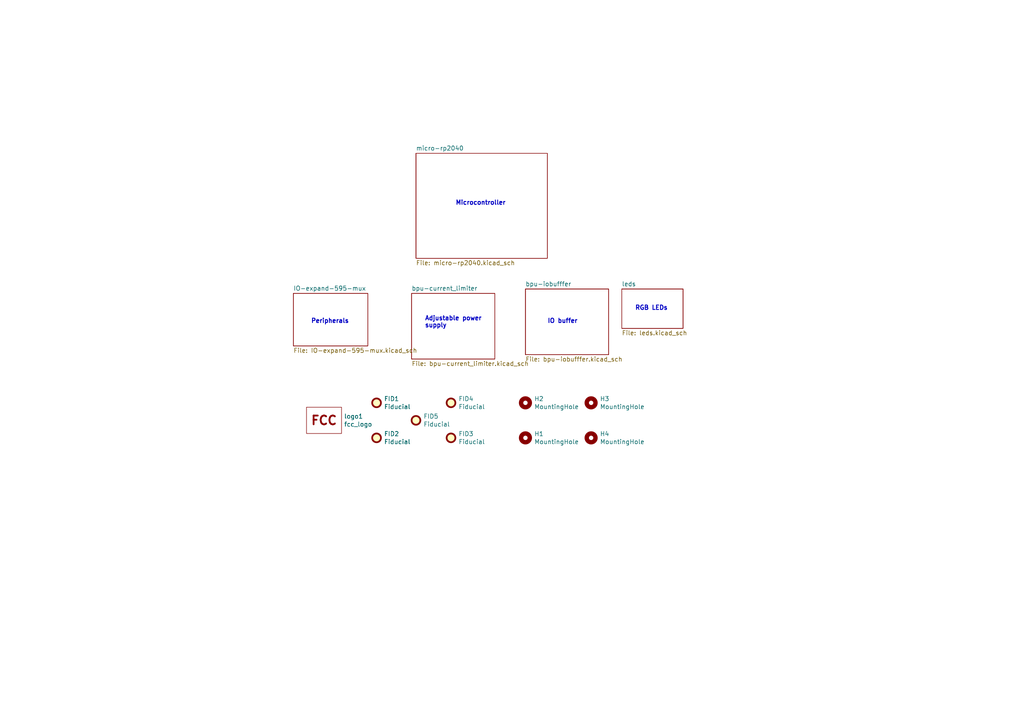
<source format=kicad_sch>
(kicad_sch (version 20230121) (generator eeschema)
  (paper "A4")
  (lib_symbols
    (symbol "DP_logo_kicad:fcc_logo" (pin_names (offset 1.016))
      (property "Reference" "logo" (at 0 5.08 0))
      (property "Value" "fcc_logo" (at 0 -5.08 0))
      (symbol "fcc_logo_0_0"
        (rectangle (start -5.08 3.81) (end 5.08 -3.81))
        (text "FCC" (at 0 0 0) (effects (font (size 2.54 2.54) bold)))
      )
    )
    (symbol "Mechanical:Fiducial"
      (property "Reference" "FID" (at 0 5.08 0))
      (property "Value" "Fiducial" (at 0 3.175 0))
      (symbol "Fiducial_0_1"
        (circle (center 0 0) (radius 1.27) (stroke (width 0.508)) (fill (type background)))
      )
    )
    (symbol "Mechanical:MountingHole" (pin_names (offset 1.016))
      (property "Reference" "H" (at 0 5.08 0))
      (property "Value" "MountingHole" (at 0 3.175 0))
      (symbol "MountingHole_0_1"
        (circle (center 0 0) (radius 1.27) (stroke (width 1.27)))
      )
    )
  )
  (text "Microcontroller" (at 132.08 59.69 0) (effects (font (size 1.27 1.27) (thickness 0.254) bold) (justify left bottom)))
  (text "Adjustable power \nsupply" (at 123.19 95.25 0) (effects (font (size 1.27 1.27) (thickness 0.254) bold) (justify left bottom)))
  (text "IO buffer" (at 158.75 93.98 0) (effects (font (size 1.27 1.27) (thickness 0.254) bold) (justify left bottom)))
  (text "Peripherals" (at 90.17 93.98 0) (effects (font (size 1.27 1.27) (thickness 0.254) bold) (justify left bottom)))
  (text "RGB LEDs" (at 184.15 90.17 0) (effects (font (size 1.27 1.27) (thickness 0.254) bold) (justify left bottom)))
  (symbol (lib_id "Mechanical:MountingHole") (at 152.4 116.84 0) (unit 1)
    (property "Reference" "H2" (at 154.94 115.6716 0) (effects (justify left)))
    (property "Value" "MountingHole" (at 154.94 117.983 0) (effects (justify left)))
    (property "Footprint" "MountingHole:MountingHole_3.2mm_M3" (effects hide))
  )
  (symbol (lib_id "Mechanical:MountingHole") (at 152.4 127 0) (unit 1)
    (property "Reference" "H1" (at 154.94 125.8316 0) (effects (justify left)))
    (property "Value" "MountingHole" (at 154.94 128.143 0) (effects (justify left)))
    (property "Footprint" "MountingHole:MountingHole_3.2mm_M3" (effects hide))
  )
  (symbol (lib_id "Mechanical:MountingHole") (at 171.45 116.84 0) (unit 1)
    (property "Reference" "H3" (at 173.99 115.6716 0) (effects (justify left)))
    (property "Value" "MountingHole" (at 173.99 117.983 0) (effects (justify left)))
    (property "Footprint" "MountingHole:MountingHole_3.2mm_M3" (effects hide))
  )
  (symbol (lib_id "Mechanical:MountingHole") (at 171.45 127 0) (unit 1)
    (property "Reference" "H4" (at 173.99 125.8316 0) (effects (justify left)))
    (property "Value" "MountingHole" (at 173.99 128.143 0) (effects (justify left)))
    (property "Footprint" "MountingHole:MountingHole_3.2mm_M3" (effects hide))
  )
  (symbol (lib_id "Mechanical:Fiducial") (at 109.22 116.84 0) (unit 1)
    (property "Reference" "FID1" (at 111.379 115.6716 0) (effects (justify left)))
    (property "Value" "Fiducial" (at 111.379 117.983 0) (effects (justify left)))
    (property "Footprint" "Fiducial:Fiducial_1mm_Mask2mm" (effects hide))
  )
  (symbol (lib_id "Mechanical:Fiducial") (at 109.22 127 0) (unit 1)
    (property "Reference" "FID2" (at 111.379 125.8316 0) (effects (justify left)))
    (property "Value" "Fiducial" (at 111.379 128.143 0) (effects (justify left)))
    (property "Footprint" "Fiducial:Fiducial_1mm_Mask2mm" (effects hide))
  )
  (symbol (lib_id "Mechanical:Fiducial") (at 130.81 127 0) (unit 1)
    (property "Reference" "FID3" (at 132.969 125.8316 0) (effects (justify left)))
    (property "Value" "Fiducial" (at 132.969 128.143 0) (effects (justify left)))
    (property "Footprint" "Fiducial:Fiducial_1mm_Mask2mm" (effects hide))
  )
  (symbol (lib_id "Mechanical:Fiducial") (at 130.81 116.84 0) (unit 1)
    (property "Reference" "FID4" (at 132.969 115.6716 0) (effects (justify left)))
    (property "Value" "Fiducial" (at 132.969 117.983 0) (effects (justify left)))
    (property "Footprint" "Fiducial:Fiducial_1mm_Mask2mm" (effects hide))
  )
  (symbol (lib_id "Mechanical:Fiducial") (at 120.65 121.92 0) (unit 1)
    (property "Reference" "FID5" (at 122.809 120.7516 0) (effects (justify left)))
    (property "Value" "Fiducial" (at 122.809 123.063 0) (effects (justify left)))
    (property "Footprint" "Fiducial:Fiducial_1mm_Mask2mm" (effects hide))
  )
  (symbol (lib_id "DP_logo_kicad:fcc_logo") (at 93.98 121.92 0) (unit 1)
    (property "Reference" "logo1" (at 99.7712 120.7516 0) (effects (justify left)))
    (property "Value" "fcc_logo" (at 99.7712 123.063 0) (effects (justify left)))
    (property "Footprint" "dp-logo:logo_fcc" (effects hide))
  )
  (sheet (at 152.4 83.82) (size 24.13 19.05)
    (property "Sheetname" "bpu-iobufffer" (at 152.4 83.1084 0) (effects (justify left bottom)))
    (property "Sheetfile" "bpu-iobufffer.kicad_sch" (at 152.4 103.4546 0) (effects (justify left top)))
  )
  (sheet (at 119.38 85.09) (size 24.13 19.05)
    (property "Sheetname" "bpu-current_limiter" (at 119.38 84.3784 0) (effects (justify left bottom)))
    (property "Sheetfile" "bpu-current_limiter.kicad_sch" (at 119.38 104.7246 0) (effects (justify left top)))
  )
  (sheet (at 120.65 44.45) (size 38.1 30.48)
    (property "Sheetname" "micro-rp2040" (at 120.65 43.7384 0) (effects (justify left bottom)))
    (property "Sheetfile" "micro-rp2040.kicad_sch" (at 120.65 75.5146 0) (effects (justify left top)))
  )
  (sheet (at 85.09 85.09) (size 21.59 15.24)
    (property "Sheetname" "IO-expand-595-mux" (at 85.09 84.3784 0) (effects (justify left bottom)))
    (property "Sheetfile" "IO-expand-595-mux.kicad_sch" (at 85.09 100.9146 0) (effects (justify left top)))
  )
  (sheet (at 180.34 83.82) (size 17.78 11.43)
    (property "Sheetname" "leds" (at 180.34 83.1084 0) (effects (justify left bottom)))
    (property "Sheetfile" "leds.kicad_sch" (at 180.34 95.8346 0) (effects (justify left top)))
  )
)
</source>
